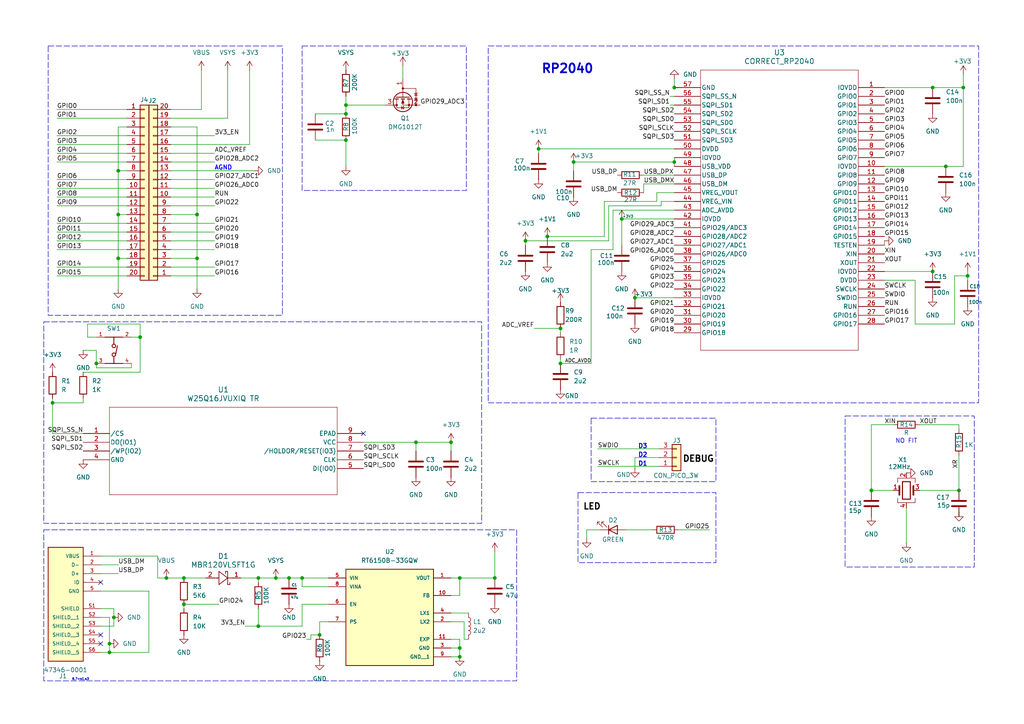
<source format=kicad_sch>
(kicad_sch (version 20231120) (generator "eeschema") (generator_version "8.0")
  (paper "A4")
  (junction (at 83.82 167.64))
  (junction (at 130.81 128.27))
  (junction (at 31.75 189.23))
  (junction (at 133.35 187.96))
  (junction (at 48.26 167.64))
  (junction (at 57.15 62.23))
  (junction (at 80.01 167.64))
  (junction (at 92.71 184.15))
  (junction (at 53.34 167.64))
  (junction (at 278.13 142.24))
  (junction (at 279.4 25.4))
  (junction (at 162.56 95.25))
  (junction (at 133.35 167.64))
  (junction (at 34.29 49.53))
  (junction (at 152.4 69.85))
  (junction (at 270.51 25.4))
  (junction (at 184.15 86.36))
  (junction (at 100.33 30.48))
  (junction (at 74.93 167.64))
  (junction (at 180.34 63.5))
  (junction (at 252.73 142.24))
  (junction (at 15.24 116.84))
  (junction (at 34.29 74.93))
  (junction (at 162.56 105.41))
  (junction (at 74.93 181.61))
  (junction (at 158.75 68.58))
  (junction (at 57.15 74.93))
  (junction (at 33.02 179.07))
  (junction (at 31.75 186.69))
  (junction (at 280.67 80.01))
  (junction (at 270.51 78.74))
  (junction (at 34.29 62.23))
  (junction (at 274.32 48.26))
  (junction (at 53.34 175.26))
  (junction (at 100.33 33.02))
  (junction (at 133.35 190.5))
  (junction (at 156.21 43.18))
  (junction (at 40.64 97.79))
  (junction (at 166.37 46.99))
  (junction (at 87.63 167.64))
  (junction (at 120.65 128.27))
  (junction (at 195.58 46.99))
  (junction (at 100.33 40.64))
  (junction (at 27.94 105.41))
  (junction (at 195.58 25.4))
  (junction (at 143.51 167.64))
  (no_connect (at 29.21 168.91))
  (no_connect (at 29.21 186.69))
  (no_connect (at 29.21 184.15))
  (no_connect (at 105.41 125.73))
  (wire (pts (xy 105.41 128.27) (xy 120.65 128.27)))
  (wire (pts (xy 116.84 19.05) (xy 116.84 22.86)))
  (wire (pts (xy 62.23 72.39) (xy 49.53 72.39)))
  (wire (pts (xy 133.35 167.64) (xy 143.51 167.64)))
  (wire (pts (xy 15.24 116.84) (xy 15.24 125.73)))
  (wire (pts (xy 31.75 186.69) (xy 31.75 189.23)))
  (wire (pts (xy 34.29 74.93) (xy 34.29 83.82)))
  (wire (pts (xy 186.69 53.34) (xy 186.69 55.88)))
  (wire (pts (xy 100.33 27.94) (xy 100.33 30.48)))
  (wire (pts (xy 278.13 132.08) (xy 278.13 142.24)))
  (wire (pts (xy 130.81 172.72) (xy 133.35 172.72)))
  (wire (pts (xy 195.58 46.99) (xy 195.58 48.26)))
  (wire (pts (xy 279.4 21.59) (xy 279.4 25.4)))
  (wire (pts (xy 25.4 97.79) (xy 25.4 93.98)))
  (wire (pts (xy 252.73 123.19) (xy 259.08 123.19)))
  (wire (pts (xy 57.15 62.23) (xy 57.15 74.93)))
  (wire (pts (xy 130.81 167.64) (xy 133.35 167.64)))
  (wire (pts (xy 184.15 135.89) (xy 184.15 132.715)))
  (wire (pts (xy 16.51 31.75) (xy 36.83 31.75)))
  (wire (pts (xy 71.12 181.61) (xy 74.93 181.61)))
  (wire (pts (xy 16.51 54.61) (xy 36.83 54.61)))
  (wire (pts (xy 62.23 39.37) (xy 49.53 39.37)))
  (wire (pts (xy 53.34 176.53) (xy 53.34 175.26)))
  (wire (pts (xy 16.51 52.07) (xy 36.83 52.07)))
  (wire (pts (xy 38.1 105.41) (xy 38.1 106.68)))
  (wire (pts (xy 133.35 187.96) (xy 133.35 190.5)))
  (wire (pts (xy 270.51 25.4) (xy 279.4 25.4)))
  (wire (pts (xy 177.8 60.96) (xy 195.58 60.96)))
  (wire (pts (xy 152.4 69.85) (xy 152.4 71.12)))
  (wire (pts (xy 280.67 80.01) (xy 280.67 78.74)))
  (wire (pts (xy 16.51 64.77) (xy 36.83 64.77)))
  (wire (pts (xy 87.63 170.18) (xy 87.63 167.64)))
  (wire (pts (xy 191.77 59.69) (xy 176.53 59.69)))
  (wire (pts (xy 279.4 25.4) (xy 279.4 48.26)))
  (wire (pts (xy 16.51 72.39) (xy 36.83 72.39)))
  (wire (pts (xy 280.67 81.28) (xy 280.67 80.01)))
  (wire (pts (xy 162.56 104.14) (xy 162.56 105.41)))
  (wire (pts (xy 186.69 50.8) (xy 195.58 50.8)))
  (wire (pts (xy 190.5 55.88) (xy 190.5 58.42)))
  (wire (pts (xy 265.43 81.28) (xy 265.43 93.98)))
  (wire (pts (xy 34.29 36.83) (xy 34.29 49.53)))
  (wire (pts (xy 100.33 40.64) (xy 100.33 48.26)))
  (wire (pts (xy 130.81 128.27) (xy 120.65 128.27)))
  (wire (pts (xy 34.29 163.83) (xy 29.21 163.83)))
  (wire (pts (xy 57.15 83.82) (xy 57.15 74.93)))
  (wire (pts (xy 16.51 46.99) (xy 36.83 46.99)))
  (wire (pts (xy 195.58 63.5) (xy 180.34 63.5)))
  (wire (pts (xy 176.53 59.69) (xy 176.53 69.85)))
  (wire (pts (xy 16.51 69.85) (xy 36.83 69.85)))
  (wire (pts (xy 73.66 49.53) (xy 49.53 49.53)))
  (wire (pts (xy 25.4 93.98) (xy 40.64 93.98)))
  (wire (pts (xy 74.93 167.64) (xy 80.01 167.64)))
  (wire (pts (xy 62.23 52.07) (xy 49.53 52.07)))
  (wire (pts (xy 92.71 180.34) (xy 95.25 180.34)))
  (wire (pts (xy 158.75 68.58) (xy 175.26 68.58)))
  (wire (pts (xy 134.62 185.42) (xy 135.89 185.42)))
  (wire (pts (xy 259.08 142.24) (xy 252.73 142.24)))
  (wire (pts (xy 91.44 40.64) (xy 100.33 40.64)))
  (wire (pts (xy 278.13 123.19) (xy 278.13 124.46)))
  (wire (pts (xy 133.35 190.5) (xy 130.81 190.5)))
  (wire (pts (xy 133.35 185.42) (xy 133.35 187.96)))
  (wire (pts (xy 40.64 107.95) (xy 40.64 97.79)))
  (wire (pts (xy 45.72 167.64) (xy 48.26 167.64)))
  (wire (pts (xy 66.04 34.29) (xy 49.53 34.29)))
  (wire (pts (xy 62.23 77.47) (xy 49.53 77.47)))
  (wire (pts (xy 16.51 80.01) (xy 36.83 80.01)))
  (wire (pts (xy 62.23 67.31) (xy 49.53 67.31)))
  (wire (pts (xy 33.02 179.07) (xy 33.02 181.61)))
  (wire (pts (xy 195.58 22.86) (xy 195.58 25.4)))
  (wire (pts (xy 16.51 41.91) (xy 36.83 41.91)))
  (wire (pts (xy 74.93 167.64) (xy 74.93 168.91)))
  (wire (pts (xy 24.13 107.95) (xy 40.64 107.95)))
  (wire (pts (xy 27.94 105.41) (xy 27.94 106.68)))
  (wire (pts (xy 87.63 167.64) (xy 95.25 167.64)))
  (wire (pts (xy 24.13 125.73) (xy 15.24 125.73)))
  (wire (pts (xy 91.44 33.02) (xy 100.33 33.02)))
  (wire (pts (xy 57.15 74.93) (xy 49.53 74.93)))
  (wire (pts (xy 34.29 74.93) (xy 36.83 74.93)))
  (wire (pts (xy 173.355 130.175) (xy 191.135 130.175)))
  (wire (pts (xy 58.42 20.32) (xy 58.42 31.75)))
  (wire (pts (xy 162.56 105.41) (xy 171.45 105.41)))
  (wire (pts (xy 34.29 62.23) (xy 36.83 62.23)))
  (wire (pts (xy 191.77 58.42) (xy 191.77 59.69)))
  (wire (pts (xy 130.81 185.42) (xy 133.35 185.42)))
  (wire (pts (xy 256.54 78.74) (xy 270.51 78.74)))
  (wire (pts (xy 274.32 48.26) (xy 279.4 48.26)))
  (wire (pts (xy 180.34 63.5) (xy 180.34 71.12)))
  (wire (pts (xy 58.42 31.75) (xy 49.53 31.75)))
  (wire (pts (xy 266.7 123.19) (xy 278.13 123.19)))
  (wire (pts (xy 53.34 175.26) (xy 63.5 175.26)))
  (wire (pts (xy 16.51 39.37) (xy 36.83 39.37)))
  (wire (pts (xy 29.21 161.29) (xy 45.72 161.29)))
  (wire (pts (xy 87.63 175.26) (xy 87.63 181.61)))
  (wire (pts (xy 100.33 30.48) (xy 111.76 30.48)))
  (wire (pts (xy 34.29 49.53) (xy 36.83 49.53)))
  (wire (pts (xy 34.29 49.53) (xy 34.29 62.23)))
  (wire (pts (xy 16.51 34.29) (xy 36.83 34.29)))
  (wire (pts (xy 29.21 189.23) (xy 31.75 189.23)))
  (wire (pts (xy 195.58 55.88) (xy 190.5 55.88)))
  (wire (pts (xy 194.31 30.48) (xy 195.58 30.48)))
  (wire (pts (xy 252.73 142.24) (xy 252.73 123.19)))
  (wire (pts (xy 256.54 81.28) (xy 265.43 81.28)))
  (wire (pts (xy 265.43 93.98) (xy 276.86 93.98)))
  (wire (pts (xy 156.21 43.18) (xy 195.58 43.18)))
  (wire (pts (xy 43.18 189.23) (xy 31.75 189.23)))
  (wire (pts (xy 43.18 171.45) (xy 43.18 189.23)))
  (wire (pts (xy 171.45 72.39) (xy 171.45 105.41)))
  (wire (pts (xy 130.81 177.8) (xy 135.89 177.8)))
  (wire (pts (xy 74.93 176.53) (xy 74.93 181.61)))
  (wire (pts (xy 205.74 153.67) (xy 196.85 153.67)))
  (wire (pts (xy 16.51 59.69) (xy 36.83 59.69)))
  (wire (pts (xy 95.25 170.18) (xy 87.63 170.18)))
  (wire (pts (xy 278.13 149.86) (xy 278.13 148.59)))
  (wire (pts (xy 72.39 41.91) (xy 49.53 41.91)))
  (wire (pts (xy 66.04 20.32) (xy 66.04 34.29)))
  (wire (pts (xy 133.35 172.72) (xy 133.35 167.64)))
  (wire (pts (xy 16.51 67.31) (xy 36.83 67.31)))
  (wire (pts (xy 53.34 167.64) (xy 59.69 167.64)))
  (wire (pts (xy 62.23 80.01) (xy 49.53 80.01)))
  (wire (pts (xy 29.21 176.53) (xy 33.02 176.53)))
  (wire (pts (xy 57.15 36.83) (xy 57.15 62.23)))
  (wire (pts (xy 143.51 167.64) (xy 143.51 160.02)))
  (wire (pts (xy 40.64 93.98) (xy 40.64 97.79)))
  (wire (pts (xy 95.25 175.26) (xy 87.63 175.26)))
  (wire (pts (xy 195.58 25.4) (xy 196.85 25.4)))
  (wire (pts (xy 170.18 156.21) (xy 170.18 153.67)))
  (wire (pts (xy 24.13 115.57) (xy 24.13 116.84)))
  (wire (pts (xy 27.94 105.41) (xy 27.94 101.6)))
  (wire (pts (xy 34.29 62.23) (xy 34.29 74.93)))
  (wire (pts (xy 195.58 46.99) (xy 195.58 45.72)))
  (wire (pts (xy 88.9 185.42) (xy 90.17 185.42)))
  (wire (pts (xy 15.24 115.57) (xy 15.24 116.84)))
  (wire (pts (xy 62.23 54.61) (xy 49.53 54.61)))
  (wire (pts (xy 92.71 180.34) (xy 92.71 184.15)))
  (wire (pts (xy 156.21 43.18) (xy 156.21 44.45)))
  (wire (pts (xy 177.8 72.39) (xy 171.45 72.39)))
  (wire (pts (xy 45.72 161.29) (xy 45.72 167.64)))
  (wire (pts (xy 276.86 80.01) (xy 280.67 80.01)))
  (wire (pts (xy 120.65 130.81) (xy 120.65 128.27)))
  (wire (pts (xy 80.01 167.64) (xy 83.82 167.64)))
  (wire (pts (xy 100.33 30.48) (xy 100.33 33.02)))
  (wire (pts (xy 256.54 25.4) (xy 270.51 25.4)))
  (wire (pts (xy 38.1 106.68) (xy 27.94 106.68)))
  (wire (pts (xy 16.51 77.47) (xy 36.83 77.47)))
  (wire (pts (xy 177.8 60.96) (xy 177.8 72.39)))
  (wire (pts (xy 256.54 69.85) (xy 256.54 71.12)))
  (wire (pts (xy 262.89 147.32) (xy 262.89 157.48)))
  (wire (pts (xy 256.54 48.26) (xy 274.32 48.26)))
  (wire (pts (xy 16.51 44.45) (xy 36.83 44.45)))
  (wire (pts (xy 133.35 187.96) (xy 130.81 187.96)))
  (wire (pts (xy 62.23 44.45) (xy 49.53 44.45)))
  (wire (pts (xy 34.29 166.37) (xy 29.21 166.37)))
  (wire (pts (xy 48.26 167.64) (xy 53.34 167.64)))
  (wire (pts (xy 162.56 96.52) (xy 162.56 95.25)))
  (wire (pts (xy 36.83 36.83) (xy 34.29 36.83)))
  (wire (pts (xy 27.94 97.79) (xy 25.4 97.79)))
  (wire (pts (xy 184.15 132.715) (xy 191.135 132.715)))
  (wire (pts (xy 62.23 64.77) (xy 49.53 64.77)))
  (wire (pts (xy 62.23 69.85) (xy 49.53 69.85)))
  (wire (pts (xy 175.26 58.42) (xy 175.26 68.58)))
  (wire (pts (xy 33.02 176.53) (xy 33.02 179.07)))
  (wire (pts (xy 90.17 185.42) (xy 90.17 184.15)))
  (wire (pts (xy 62.23 57.15) (xy 49.53 57.15)))
  (wire (pts (xy 62.23 46.99) (xy 49.53 46.99)))
  (wire (pts (xy 29.21 171.45) (xy 43.18 171.45)))
  (wire (pts (xy 190.5 58.42) (xy 175.26 58.42)))
  (wire (pts (xy 69.85 167.64) (xy 74.93 167.64)))
  (wire (pts (xy 27.94 101.6) (xy 24.13 101.6)))
  (wire (pts (xy 16.51 57.15) (xy 36.83 57.15)))
  (wire (pts (xy 72.39 20.32) (xy 72.39 41.91)))
  (wire (pts (xy 90.17 184.15) (xy 92.71 184.15)))
  (wire (pts (xy 130.81 128.27) (xy 130.81 130.81)))
  (wire (pts (xy 74.93 181.61) (xy 87.63 181.61)))
  (wire (pts (xy 62.23 59.69) (xy 49.53 59.69)))
  (wire (pts (xy 166.37 46.99) (xy 195.58 46.99)))
  (wire (pts (xy 154.94 95.25) (xy 162.56 95.25)))
  (wire (pts (xy 184.15 86.36) (xy 195.58 86.36)))
  (wire (pts (xy 31.75 179.07) (xy 31.75 186.69)))
  (wire (pts (xy 166.37 46.99) (xy 166.37 49.53)))
  (wire (pts (xy 130.81 180.34) (xy 134.62 180.34)))
  (wire (pts (xy 40.64 97.79) (xy 38.1 97.79)))
  (wire (pts (xy 194.31 27.94) (xy 195.58 27.94)))
  (wire (pts (xy 186.69 53.34) (xy 195.58 53.34)))
  (wire (pts (xy 29.21 179.07) (xy 31.75 179.07)))
  (wire (pts (xy 170.18 153.67) (xy 173.99 153.67)))
  (wire (pts (xy 29.21 181.61) (xy 33.02 181.61)))
  (wire (pts (xy 181.61 153.67) (xy 189.23 153.67)))
  (wire (pts (xy 83.82 167.64) (xy 87.63 167.64)))
  (wire (pts (xy 15.24 116.84) (xy 24.13 116.84)))
  (wire (pts (xy 176.53 69.85) (xy 152.4 69.85)))
  (wire (pts (xy 49.53 62.23) (xy 57.15 62.23)))
  (wire (pts (xy 49.53 36.83) (xy 57.15 36.83)))
  (wire (pts (xy 173.355 135.255) (xy 191.135 135.255)))
  (wire (pts (xy 266.7 142.24) (xy 278.13 142.24)))
  (wire (pts (xy 195.58 58.42) (xy 191.77 58.42)))
  (wire (pts (xy 276.86 93.98) (xy 276.86 80.01)))
  (wire (pts (xy 134.62 180.34) (xy 134.62 185.42)))
  (rectangle (start 12.7 93.345) (end 139.7 151.765) (stroke (width 0) (type dash)))
  (rectangle (start 12.7 153.67) (end 149.86 197.485) (stroke (width 0) (type dash)))
  (rectangle (start 13.97 13.335) (end 81.915 91.44) (stroke (width 0) (type dash)))
  (rectangle (start 87.63 13.335) (end 135.255 55.245) (stroke (width 0) (type dash)))
  (rectangle (start 171.45 139.7) (end 207.645 121.285) (stroke (width 0) (type dash)))
  (rectangle (start 207.645 142.875) (end 167.64 163.195) (stroke (width 0) (type dash)))
  (rectangle (start 245.11 120.65) (end 282.575 164.465) (stroke (width 0) (type dash)))
  (rectangle (start 141.605 13.335) (end 283.845 116.84) (stroke (width 0) (type dash)))
  (text "DEBUG" (at 202.565 133.223 0) (effects (font (size 1.778 1.778) (thickness 0.3556) (bold yes))))
  (text "NO FIT\n" (at 262.89 128.016 0) (effects (font (size 1.27 1.27))))
  (text "AGND" (at 64.77 48.768 0) (effects (font (size 1.27 1.27) (thickness 0.254) (bold yes))))
  (text "D2" (at 186.436 132.08 0) (effects (font (size 1.27 1.27) (thickness 0.254) (bold yes))))
  (text "6,7=s1,s3\n" (at 23.368 197.104 0) (effects (font (size 0.635 0.635))))
  (text "RP2040" (at 164.592 20.066 0) (effects (font (size 2.54 2.54) (thickness 0.508) (bold yes))))
  (text "LED" (at 171.704 147.066 0) (effects (font (size 1.778 1.778) (thickness 0.3556) (bold yes))))
  (text "D1" (at 186.436 134.62 0) (effects (font (size 1.27 1.27) (thickness 0.254) (bold yes))))
  (text "D3\n" (at 186.436 129.54 0) (effects (font (size 1.27 1.27) (thickness 0.254) (bold yes))))
  (label "USB_DPX" (at 186.69 50.8 0) (effects (font (thickness 0.1588))))
  (label "GPIO5" (at 256.54 40.64 0) (effects (font (thickness 0.1588))))
  (label "USB_DP" (at 34.29 166.37 0))
  (label "GPIO8" (at 256.54 50.8 0) (effects (font (thickness 0.1588))))
  (label "GPIO3" (at 16.51 41.91 0) (effects (font (thickness 0.1588))))
  (label "SQPI_SCLK" (at 195.58 38.1 180) (effects (font (thickness 0.1588))))
  (label "USB_DM" (at 179.07 55.88 180))
  (label "XOUT" (at 256.54 76.2 0) (effects (font (thickness 0.1588))))
  (label "SQPI_SD0" (at 195.58 35.56 180) (effects (font (thickness 0.1588))))
  (label "SQPI_SD1" (at 24.13 128.27 180))
  (label "GPIO15" (at 16.51 80.01 0) (effects (font (thickness 0.1588))))
  (label "GPIO12" (at 256.54 60.96 0) (effects (font (thickness 0.1588))))
  (label "GPIO15" (at 256.54 68.58 0) (effects (font (thickness 0.1588))))
  (label "GPIO7" (at 256.54 45.72 0) (effects (font (thickness 0.1588))))
  (label "GPIO2" (at 256.54 33.02 0) (effects (font (thickness 0.1588))))
  (label "SWCLK" (at 256.54 83.82 0) (effects (font (thickness 0.1588))))
  (label "GPIO24" (at 195.58 78.74 180) (effects (font (thickness 0.1588))))
  (label "GPOI11" (at 256.54 58.42 0) (effects (font (thickness 0.1588))))
  (label "USB_DP" (at 179.07 50.8 180))
  (label "GPIO0" (at 256.54 27.94 0) (effects (font (thickness 0.1588))))
  (label "SWDIO" (at 173.355 130.175 0))
  (label "ADC_AVDD" (at 163.83 105.41 0) (effects (font (size 1.016 1.016))))
  (label "GPIO4" (at 256.54 38.1 0) (effects (font (thickness 0.1588))))
  (label "GPIO20" (at 62.23 67.31 0) (effects (font (thickness 0.1588))))
  (label "GPIO29_ADC3" (at 195.58 66.04 180) (effects (font (thickness 0.1588))))
  (label "GPIO6" (at 256.54 43.18 0) (effects (font (thickness 0.1588))))
  (label "XR" (at 278.13 135.89 90))
  (label "GPIO28_ADC2" (at 195.58 68.58 180) (effects (font (thickness 0.1588))))
  (label "GPIO5" (at 16.51 46.99 0) (effects (font (thickness 0.1588))))
  (label "GPIO21" (at 195.58 88.9 180) (effects (font (thickness 0.1588))))
  (label "SQPI_SD3" (at 105.41 130.81 0))
  (label "SWDIO" (at 256.54 86.36 0) (effects (font (thickness 0.1588))))
  (label "GPIO16" (at 256.54 91.44 0) (effects (font (thickness 0.1588))))
  (label "GPIO17" (at 256.54 93.98 0) (effects (font (thickness 0.1588))))
  (label "GPIO29_ADC3" (at 121.92 30.48 0))
  (label "ADC_VREF" (at 62.23 44.45 0) (effects (font (thickness 0.1588))))
  (label "GPIO2" (at 16.51 39.37 0) (effects (font (thickness 0.1588))))
  (label "XIN" (at 256.54 73.66 0) (effects (font (thickness 0.1588))))
  (label "SQPI_SD2" (at 24.13 130.81 180))
  (label "SQPI_SD1" (at 194.31 30.48 180) (effects (font (thickness 0.1588))))
  (label "USB_DMX" (at 186.69 53.34 0) (effects (font (thickness 0.1588))))
  (label "GPIO26_ADC0" (at 195.58 73.66 180) (effects (font (thickness 0.1588))))
  (label "RUN" (at 62.23 57.15 0) (effects (font (thickness 0.1588))))
  (label "GPIO20" (at 195.58 91.44 180) (effects (font (thickness 0.1588))))
  (label "GPIO6" (at 16.51 52.07 0) (effects (font (thickness 0.1588))))
  (label "SQPI_SCLK" (at 105.41 133.35 0))
  (label "3V3_EN" (at 71.12 181.61 180))
  (label "GPIO23" (at 195.58 81.28 180) (effects (font (thickness 0.1588))))
  (label "GPIO17" (at 62.23 77.47 0) (effects (font (thickness 0.1588))))
  (label "GPIO27_ADC1" (at 62.23 52.07 0) (effects (font (thickness 0.1588))))
  (label "GPIO4" (at 16.51 44.45 0) (effects (font (thickness 0.1588))))
  (label "GPIO12" (at 16.51 69.85 0) (effects (font (thickness 0.1588))))
  (label "GPOI11" (at 16.51 67.31 0) (effects (font (thickness 0.1588))))
  (label "XIN" (at 256.54 123.19 0))
  (label "GPIO27_ADC1" (at 195.58 71.12 180) (effects (font (thickness 0.1588))))
  (label "SQPI_SS_N" (at 24.13 125.73 180))
  (label "GPIO22" (at 62.23 59.69 0) (effects (font (thickness 0.1588))))
  (label "ADC_VREF" (at 154.94 95.25 180))
  (label "GPIO16" (at 62.23 80.01 0) (effects (font (thickness 0.1588))))
  (label "RUN" (at 256.54 88.9 0) (effects (font (thickness 0.1588))))
  (label "GPIO14" (at 256.54 66.04 0) (effects (font (thickness 0.1588))))
  (label "3V3_EN" (at 62.23 39.37 0) (effects (font (thickness 0.1588))))
  (label "GPIO18" (at 62.23 72.39 0) (effects (font (thickness 0.1588))))
  (label "SQPI_SD3" (at 195.58 40.64 180) (effects (font (thickness 0.1588))))
  (label "GPIO19" (at 195.58 93.98 180) (effects (font (thickness 0.1588))))
  (label "USB_DM" (at 34.29 163.83 0))
  (label "GPIO28_ADC2" (at 62.23 46.99 0) (effects (font (thickness 0.1588))))
  (label "GPIO13" (at 16.51 72.39 0) (effects (font (thickness 0.1588))))
  (label "GPIO1" (at 256.54 30.48 0) (effects (font (thickness 0.1588))))
  (label "GPIO24" (at 63.5 175.26 0))
  (label "GPIO25" (at 195.58 76.2 180) (effects (font (thickness 0.1588))))
  (label "GPIO19" (at 62.23 69.85 0) (effects (font (thickness 0.1588))))
  (label "SQPI_SS_N" (at 194.31 27.94 180) (effects (font (thickness 0.1588))))
  (label "SWCLK" (at 173.355 135.255 0))
  (label "SQPI_SD0" (at 105.41 135.89 0))
  (label "GPIO8" (at 16.51 57.15 0) (effects (font (thickness 0.1588))))
  (label "GPIO0" (at 16.51 31.75 0) (effects (font (thickness 0.1588))))
  (label "GPIO9" (at 256.54 53.34 0) (effects (font (thickness 0.1588))))
  (label "GPIO1" (at 16.51 34.29 0) (effects (font (thickness 0.1588))))
  (label "GPIO25" (at 205.74 153.67 180) (effects (font (thickness 0.1588))))
  (label "GPIO10" (at 256.54 55.88 0) (effects (font (thickness 0.1588))))
  (label "XOUT" (at 266.7 123.19 0))
  (label "GPIO21" (at 62.23 64.77 0) (effects (font (thickness 0.1588))))
  (label "GPIO7" (at 16.51 54.61 0) (effects (font (thickness 0.1588))))
  (label "SQPI_SD2" (at 195.58 33.02 180) (effects (font (thickness 0.1588))))
  (label "GPIO9" (at 16.51 59.69 0) (effects (font (thickness 0.1588))))
  (label "GPIO22" (at 195.58 83.82 180) (effects (font (thickness 0.1588))))
  (label "GPIO26_ADC0" (at 62.23 54.61 0) (effects (font (thickness 0.1588))))
  (label "GPIO23" (at 88.9 185.42 180) (effects (font (thickness 0.1588))))
  (label "GPIO14" (at 16.51 77.47 0) (effects (font (thickness 0.1588))))
  (label "GPIO3" (at 256.54 35.56 0) (effects (font (thickness 0.1588))))
  (label "GPIO18" (at 195.58 96.52 180) (effects (font (thickness 0.1588))))
  (label "GPIO13" (at 256.54 63.5 0) (effects (font (thickness 0.1588))))
  (label "GPIO10" (at 16.51 64.77 0) (effects (font (thickness 0.1588))))
  (symbol (lib_id "Device:C") (at 156.21 48.26 0) (unit 1)
    (property "Reference" "C7" (at 149.352 46.736 0) (effects (justify left)))
    (property "Value" "100n" (at 148.844 48.768 0) (effects (justify left)))
    (property "Footprint" "Capacitor_SMD:C_0201_0603Metric" (effects (hide yes)))
    (property "Description" "Unpolarized capacitor" (effects (hide yes)))
    (property "Digikey Part#" "0201W104K100LE" (effects (hide yes)))
    (property "Digikey URL" "https://www.digikey.in/en/products/detail/nextgen-components/0201W104K100LE/14632357" (effects (hide yes)))
  )
  (symbol (lib_id "power:+1V1") (at 156.21 43.18 0) (unit 1)
    (property "Reference" "#PWR028" (effects (hide yes)))
    (property "Value" "+1V1" (at 156.21 38.1 0))
    (property "Description" "Power symbol creates a global label with name \"+1V1\"" (effects (hide yes)))
  )
  (symbol (lib_id "Device:R") (at 53.34 180.34 0) (unit 1)
    (property "Reference" "R4" (at 55.88 179.0699 0) (effects (justify left)))
    (property "Value" "10K" (at 55.88 181.6099 0) (effects (justify left)))
    (property "Footprint" "Resistor_SMD:R_0402_1005Metric" (effects (hide yes)))
    (property "Description" "Resistor" (effects (hide yes)))
    (property "Digikey Part#" "RC1005F103CS" (effects (hide yes)))
    (property "Digikey URL" "https://www.digikey.in/en/products/detail/samsung-electro-mechanics/RC1005F103CS/3903439" (effects (hide yes)))
  )
  (symbol (lib_id "Device:C") (at 252.73 146.05 0) (unit 1)
    (property "Reference" "C13" (at 246.126 146.05 0) (effects (justify left)))
    (property "Value" "15p" (at 246.126 148.082 0) (effects (justify left)))
    (property "Footprint" "Capacitor_SMD:C_0201_0603Metric" (effects (hide yes)))
    (property "Description" "Unpolarized capacitor" (effects (hide yes)))
    (property "Digikey Part#" "GRM0335C1E150JA01D" (effects (hide yes)))
    (property "Digikey URL" "https://www.digikey.in/en/products/detail/murata-electronics/GRM0335C1E150JA01D/4358179" (effects (hide yes)))
  )
  (symbol (lib_id "power:GND") (at 133.35 190.5 0) (unit 1)
    (property "Reference" "#PWR023" (effects (hide yes)))
    (property "Value" "GND" (at 133.35 195.58 0))
    (property "Description" "Power symbol creates a global label with name \"GND\" , ground" (effects (hide yes)))
  )
  (symbol (lib_id "power:GND") (at 170.18 156.21 0) (mirror y) (unit 1)
    (property "Reference" "#PWR041" (effects (hide yes)))
    (property "Value" "GND" (at 170.18 161.29 0))
    (property "Description" "Power symbol creates a global label with name \"GND\" , ground" (effects (hide yes)))
  )
  (symbol (lib_id "power:GND") (at 158.75 76.2 0) (unit 1)
    (property "Reference" "#PWR031" (effects (hide yes)))
    (property "Value" "GND" (at 158.75 81.28 0))
    (property "Description" "Power symbol creates a global label with name \"GND\" , ground" (effects (hide yes)))
  )
  (symbol (lib_id "myLibrary:MBR120VLSFT1G") (at 59.69 167.64 0) (mirror x) (unit 1)
    (property "Reference" "D1" (at 64.77 161.29 0) (effects (font (size 1.524 1.524))))
    (property "Value" "MBR120VLSFT1G" (at 64.77 163.83 0) (effects (font (size 1.524 1.524))))
    (property "Footprint" "myLibrary:MBR120VLSFT1G" (effects (hide yes)))
    (property "Datasheet" "MBR120VLSFT1G" (effects (hide yes)))
    (property "Digikey Part#" "MBR120VLSFT1G" (effects (hide yes)))
    (property "Digikey URL" "https://www.digikey.in/en/products/detail/onsemi/MBR120VLSFT1G/893861" (effects (hide yes)))
  )
  (symbol (lib_id "power:GND") (at 100.33 48.26 0) (unit 1)
    (property "Reference" "#PWR018" (effects (hide yes)))
    (property "Value" "GND" (at 100.33 53.34 0))
    (property "Description" "Power symbol creates a global label with name \"GND\" , ground" (effects (hide yes)))
  )
  (symbol (lib_id "power:GND") (at 31.75 186.69 90) (unit 1)
    (property "Reference" "#PWR04" (effects (hide yes)))
    (property "Value" "GND" (at 35.56 186.6899 90) (effects (justify right)))
    (property "Description" "Power symbol creates a global label with name \"GND\" , ground" (effects (hide yes)))
  )
  (symbol (lib_id "myLibrary:RT6150B-33GQW") (at 113.03 177.8 0) (unit 1)
    (property "Reference" "U2" (at 113.03 160.02 0))
    (property "Value" "RT6150B-33GQW" (at 113.03 162.56 0))
    (property "Footprint" "myLibrary:RT6150B-33GQW" (effects (hide yes)))
    (property "PARTREV" "July 2018" (effects (hide yes)))
    (property "STANDARD" "Manufacturer Recommendations" (effects (hide yes)))
    (property "SNAPEDA_PACKAGE_ID" "19032" (effects (hide yes)))
    (property "MAXIMUM_PACKAGE_HEIGHT" "0.8 mm" (effects (hide yes)))
    (property "MANUFACTURER" "Richtek USA Inc." (effects (hide yes)))
    (property "Digikey Part#" "RT6150B-33GQW" (effects (hide yes)))
    (property "Digikey URL" "https://www.digikey.in/en/products/detail/richtek-usa-inc/RT6150B-33GQW/6676709" (effects (hide yes)))
  )
  (symbol (lib_id "Connector_Generic:Conn_01x20") (at 44.45 57.15 180) (unit 1)
    (property "Reference" "J2" (at 44.196 29.21 0))
    (property "Value" "Conn_01x20" (effects (hide yes)))
    (property "Footprint" "myLibrary:part_2_40_pin" (effects (hide yes)))
    (property "Description" "Generic connector, single row, 01x20, script generated (kicad-library-utils/schlib/autogen/connector/)" (effects (hide yes)))
  )
  (symbol (lib_id "Device:C") (at 274.32 52.07 0) (unit 1)
    (property "Reference" "C16" (at 278.13 50.7999 0) (effects (justify left)))
    (property "Value" "100n" (at 278.13 53.3399 0) (effects (justify left)))
    (property "Footprint" "Capacitor_SMD:C_0201_0603Metric" (effects (hide yes)))
    (property "Description" "Unpolarized capacitor" (effects (hide yes)))
    (property "Digikey Part#" "0201W104K100LE" (effects (hide yes)))
    (property "Digikey URL" "https://www.digikey.in/en/products/detail/nextgen-components/0201W104K100LE/14632357" (effects (hide yes)))
  )
  (symbol (lib_id "power:+3V3") (at 130.81 128.27 0) (unit 1)
    (property "Reference" "#PWR021" (effects (hide yes)))
    (property "Value" "+3V3" (at 130.81 123.19 0))
    (property "Description" "Power symbol creates a global label with name \"+3V3\"" (effects (hide yes)))
  )
  (symbol (lib_id "Device:C") (at 270.51 29.21 0) (unit 1)
    (property "Reference" "C14" (at 274.32 26.6699 0) (effects (justify left)))
    (property "Value" "100n" (at 274.32 29.2099 0) (effects (justify left)))
    (property "Footprint" "Capacitor_SMD:C_0201_0603Metric" (effects (hide yes)))
    (property "Description" "Unpolarized capacitor" (effects (hide yes)))
    (property "Digikey Part#" "0201W104K100LE" (effects (hide yes)))
    (property "Digikey URL" "https://www.digikey.in/en/products/detail/nextgen-components/0201W104K100LE/14632357" (effects (hide yes)))
  )
  (symbol (lib_id "power:VBUS") (at 80.01 167.64 0) (unit 1)
    (property "Reference" "#PWR014" (effects (hide yes)))
    (property "Value" "VSYS" (at 80.01 162.56 0))
    (property "Description" "Power symbol creates a global label with name \"VBUS\"" (effects (hide yes)))
  )
  (symbol (lib_id "power:GND") (at 152.4 78.74 0) (unit 1)
    (property "Reference" "#PWR027" (effects (hide yes)))
    (property "Value" "GND" (at 152.4 83.82 0))
    (property "Description" "Power symbol creates a global label with name \"GND\" , ground" (effects (hide yes)))
  )
  (symbol (lib_id "Device:R") (at 162.56 100.33 0) (unit 1)
    (property "Reference" "R10" (at 165.1 99.0599 0) (effects (justify left)))
    (property "Value" "1R" (at 165.1 101.5999 0) (effects (justify left)))
    (property "Footprint" "Resistor_SMD:R_0402_1005Metric" (effects (hide yes)))
    (property "Description" "Resistor" (effects (hide yes)))
    (property "Digikey Part#" "CRGCQ0402J1R0" (effects (hide yes)))
    (property "Digikey URL" "https://www.digikey.in/en/products/detail/te-connectivity-passive-product/CRGCQ0402J1R0/8576632" (effects (hide yes)))
  )
  (symbol (lib_id "Device:R") (at 53.34 171.45 0) (unit 1)
    (property "Reference" "R3" (at 55.88 170.1799 0) (effects (justify left)))
    (property "Value" "5K6" (at 55.88 172.7199 0) (effects (justify left)))
    (property "Footprint" "Resistor_SMD:R_0402_1005Metric" (effects (hide yes)))
    (property "Description" "Resistor" (effects (hide yes)))
    (property "Digikey Part#" "RC0402FR-075K6L" (effects (hide yes)))
    (property "Digikey URL" "https://www.digikey.in/en/products/detail/yageo/RC0402FR-075K6L/2827590" (effects (hide yes)))
  )
  (symbol (lib_id "power:+3V3") (at 72.39 20.32 0) (unit 1)
    (property "Reference" "#PWR012" (effects (hide yes)))
    (property "Value" "+3V3" (at 72.39 15.24 0))
    (property "Description" "Power symbol creates a global label with name \"+3V3\"" (effects (hide yes)))
  )
  (symbol (lib_id "Device:R") (at 100.33 36.83 0) (unit 1)
    (property "Reference" "R8" (at 100.33 38.1 90) (effects (justify left)))
    (property "Value" "100K" (at 102.87 39.116 90) (effects (justify left)))
    (property "Footprint" "Resistor_SMD:R_0402_1005Metric" (effects (hide yes)))
    (property "Description" "Resistor" (effects (hide yes)))
    (property "Digikey Part#" "RC0402FR-07100KL" (effects (hide yes)))
    (property "Digikey URL" "https://www.digikey.in/en/products/detail/yageo/RC0402FR-07100KL/726526" (effects (hide yes)))
  )
  (symbol (lib_id "power:GND") (at 53.34 184.15 0) (unit 1)
    (property "Reference" "#PWR08" (effects (hide yes)))
    (property "Value" "GND" (at 53.34 189.23 0))
    (property "Description" "Power symbol creates a global label with name \"GND\" , ground" (effects (hide yes)))
  )
  (symbol (lib_id "power:+1V1") (at 158.75 68.58 0) (unit 1)
    (property "Reference" "#PWR030" (effects (hide yes)))
    (property "Value" "+1V1" (at 158.75 63.5 0))
    (property "Description" "Power symbol creates a global label with name \"+1V1\"" (effects (hide yes)))
  )
  (symbol (lib_id "power:GND") (at 252.73 149.86 0) (unit 1)
    (property "Reference" "#PWR043" (effects (hide yes)))
    (property "Value" "GND" (at 252.73 154.94 0))
    (property "Description" "Power symbol creates a global label with name \"GND\" , ground" (effects (hide yes)))
  )
  (symbol (lib_id "Device:C") (at 152.4 74.93 0) (unit 1)
    (property "Reference" "C6" (at 144.78 73.66 0) (effects (justify left)))
    (property "Value" "2u2" (at 144.78 76.2 0) (effects (justify left)))
    (property "Footprint" "Capacitor_SMD:C_0402_1005Metric" (effects (hide yes)))
    (property "Description" "Unpolarized capacitor" (effects (hide yes)))
    (property "Digikey Part#" "0402W225K100HI" (effects (hide yes)))
    (property "Digikey URL" "https://www.digikey.in/en/products/detail/nextgen-components/0402W225K100HI/22601923" (effects (hide yes)))
  )
  (symbol (lib_id "power:+3V3") (at 116.84 19.05 0) (unit 1)
    (property "Reference" "#PWR019" (effects (hide yes)))
    (property "Value" "+3V3" (at 116.078 15.494 0))
    (property "Description" "Power symbol creates a global label with name \"+3V3\"" (effects (hide yes)))
  )
  (symbol (lib_id "Device:C") (at 184.15 90.17 0) (unit 1)
    (property "Reference" "C12" (at 177.292 89.408 0) (effects (justify left)))
    (property "Value" "100n" (at 175.768 91.694 0) (effects (justify left)))
    (property "Footprint" "Capacitor_SMD:C_0201_0603Metric" (effects (hide yes)))
    (property "Description" "Unpolarized capacitor" (effects (hide yes)))
    (property "Digikey Part#" "0201W104K100LE" (effects (hide yes)))
    (property "Digikey URL" "https://www.digikey.in/en/products/detail/nextgen-components/0201W104K100LE/14632357" (effects (hide yes)))
  )
  (symbol (lib_id "power:GND") (at 24.13 101.6 0) (unit 1)
    (property "Reference" "#PWR02" (effects (hide yes)))
    (property "Value" "GND" (at 24.13 106.68 0))
    (property "Description" "Power symbol creates a global label with name \"GND\" , ground" (effects (hide yes)))
  )
  (symbol (lib_id "myLibrary:434133025816") (at 33.02 102.87 0) (mirror y) (unit 1)
    (property "Reference" "SW1" (at 33.02 95.25 0))
    (property "Value" "434133025816" (effects (hide yes)))
    (property "Footprint" "myLibrary:434133025816" (effects (hide yes)))
    (property "HEIGHT" "2.5mm" (effects (hide yes)))
    (property "DATASHEET-URL" "https://www.we-online.com/redexpert/spec/434133025816?ae" (effects (hide yes)))
    (property "PART-NUMBER" "434133025816" (effects (hide yes)))
    (property "OPERATION-FORCE" "160g" (effects (hide yes)))
    (property "QTY" "2900" (effects (hide yes)))
    (property "Digikey Part#" "434133025816" (effects (hide yes)))
    (property "Digikey URL" "https://www.digikey.in/en/products/detail/w%C3%BCrth-elektronik/434133025816/9950810" (effects (hide yes)))
  )
  (symbol (lib_id "Device:R") (at 100.33 24.13 180) (unit 1)
    (property "Reference" "R7" (at 100.33 25.4 90) (effects (justify right)))
    (property "Value" "200K" (at 102.87 26.416 90) (effects (justify right)))
    (property "Footprint" "Resistor_SMD:R_0402_1005Metric" (effects (hide yes)))
    (property "Description" "Resistor" (effects (hide yes)))
    (property "Digikey Part#" "RC0402JR-103K3L" (effects (hide yes)))
    (property "Digikey URL" "https://www.digikey.in/en/products/detail/yageo/RC0402JR-103K3L/17007252" (effects (hide yes)))
  )
  (symbol (lib_id "Device:C") (at 180.34 74.93 0) (unit 1)
    (property "Reference" "C11" (at 173.99 74.168 0) (effects (justify left)))
    (property "Value" "100n" (at 173.228 76.2 0) (effects (justify left)))
    (property "Footprint" "Capacitor_SMD:C_0201_0603Metric" (effects (hide yes)))
    (property "Description" "Unpolarized capacitor" (effects (hide yes)))
    (property "Digikey Part#" "0201W104K100LE" (effects (hide yes)))
    (property "Digikey URL" "https://www.digikey.in/en/products/detail/nextgen-components/0201W104K100LE/14632357" (effects (hide yes)))
  )
  (symbol (lib_id "power:+3V3") (at 180.34 63.5 0) (unit 1)
    (property "Reference" "#PWR036" (effects (hide yes)))
    (property "Value" "+3V3" (at 182.118 62.738 0) (effects (font (size 0.762 0.762))))
    (property "Description" "Power symbol creates a global label with name \"+3V3\"" (effects (hide yes)))
  )
  (symbol (lib_id "power:GND") (at 274.32 55.88 0) (unit 1)
    (property "Reference" "#PWR049" (effects (hide yes)))
    (property "Value" "GND" (at 274.32 60.96 0))
    (property "Description" "Power symbol creates a global label with name \"GND\" , ground" (effects (hide yes)))
  )
  (symbol (lib_id "Device:C") (at 270.51 82.55 0) (unit 1)
    (property "Reference" "C15" (at 270.764 80.264 0) (effects (justify left)))
    (property "Value" "100n" (at 270.51 84.836 0) (effects (justify left)))
    (property "Footprint" "Capacitor_SMD:C_0201_0603Metric" (effects (hide yes)))
    (property "Description" "Unpolarized capacitor" (effects (hide yes)))
    (property "Digikey Part#" "0201W104K100LE" (effects (hide yes)))
    (property "Digikey URL" "https://www.digikey.in/en/products/detail/nextgen-components/0201W104K100LE/14632357" (effects (hide yes)))
  )
  (symbol (lib_id "Connector_Generic:Conn_01x20") (at 41.91 54.61 0) (unit 1)
    (property "Reference" "J4" (at 40.64 28.956 0) (effects (justify left)))
    (property "Value" "Conn_01x20" (effects (hide yes)))
    (property "Footprint" "myLibrary:part_1_40_pin" (effects (hide yes)))
    (property "Description" "Generic connector, single row, 01x20, script generated (kicad-library-utils/schlib/autogen/connector/)" (effects (hide yes)))
  )
  (symbol (lib_id "myLibrary:47346-0001") (at 19.05 168.91 0) (mirror y) (unit 1)
    (property "Reference" "J1" (at 18.288 196.088 0))
    (property "Value" "47346-0001" (at 19.05 194.31 0))
    (property "Footprint" "myLibrary:MOLEX_47346-0001" (effects (hide yes)))
    (property "PARTREV" "E" (effects (hide yes)))
    (property "STANDARD" "Manufacturer Recommendations" (effects (hide yes)))
    (property "MAXIMUM_PACKAGE_HEIGHT" "2.94 mm" (effects (hide yes)))
    (property "MANUFACTURER" "Molex" (effects (hide yes)))
    (property "Digikey Part#" "0473460001 " (effects (hide yes)))
    (property "Digikey URL" "https://www.digikey.in/en/products/detail/molex/0473460001/1782470" (effects (hide yes)))
  )
  (symbol (lib_id "power:GND") (at 184.15 93.98 0) (unit 1)
    (property "Reference" "#PWR039" (effects (hide yes)))
    (property "Value" "GND" (at 184.15 99.06 0))
    (property "Description" "Power symbol creates a global label with name \"GND\" , ground" (effects (hide yes)))
  )
  (symbol (lib_id "power:GND") (at 57.15 83.82 0) (unit 1)
    (property "Reference" "#PWR09" (effects (hide yes)))
    (property "Value" "GND" (at 57.15 88.9 0))
    (property "Description" "Power symbol creates a global label with name \"GND\" , ground" (effects (hide yes)))
  )
  (symbol (lib_id "power:+3V3") (at 270.51 78.74 0) (unit 1)
    (property "Reference" "#PWR047" (effects (hide yes)))
    (property "Value" "+3V3" (at 270.51 73.66 0))
    (property "Description" "Power symbol creates a global label with name \"+3V3\"" (effects (hide yes)))
  )
  (symbol (lib_id "power:+3V3") (at 15.24 107.95 0) (unit 1)
    (property "Reference" "#PWR01" (effects (hide yes)))
    (property "Value" "+3V3" (at 15.24 102.87 0))
    (property "Description" "Power symbol creates a global label with name \"+3V3\"" (effects (hide yes)))
  )
  (symbol (lib_id "Device:C") (at 158.75 72.39 0) (unit 1)
    (property "Reference" "C8" (at 162.56 71.1199 0) (effects (justify left)))
    (property "Value" "2u2" (at 162.56 73.6599 0) (effects (justify left)))
    (property "Footprint" "Capacitor_SMD:C_0402_1005Metric" (effects (hide yes)))
    (property "Description" "Unpolarized capacitor" (effects (hide yes)))
    (property "Digikey Part#" "0402W225K100HI" (effects (hide yes)))
    (property "Digikey URL" "https://www.digikey.in/en/products/detail/nextgen-components/0402W225K100HI/22601923" (effects (hide yes)))
  )
  (symbol (lib_id "Device:C") (at 143.51 171.45 0) (unit 1)
    (property "Reference" "C5" (at 146.558 170.18 0) (effects (justify left)))
    (property "Value" "47u" (at 146.558 172.72 0) (effects (justify left)))
    (property "Footprint" "Capacitor_SMD:C_0805_2012Metric" (effects (hide yes)))
    (property "Description" "Unpolarized capacitor" (effects (hide yes)))
    (property "Digikey Part#" "TACR476M006XTA" (effects (hide yes)))
    (property "Digikey URL" "https://www.digikey.in/en/products/detail/kyocera-avx/TACR476M006XTA/929891" (effects (hide yes)))
  )
  (symbol (lib_id "power:GND") (at 73.66 49.53 90) (unit 1)
    (property "Reference" "#PWR013" (effects (hide yes)))
    (property "Value" "GND" (at 77.47 49.5299 90) (effects (justify right)))
    (property "Description" "Power symbol creates a global label with name \"GND\" , ground" (effects (hide yes)))
  )
  (symbol (lib_id "Device:R") (at 15.24 111.76 0) (unit 1)
    (property "Reference" "R1" (at 17.78 110.4899 0) (effects (justify left)))
    (property "Value" "R" (at 17.78 113.0299 0) (effects (justify left)))
    (property "Footprint" "Resistor_SMD:R_0402_1005Metric" (effects (hide yes)))
    (property "Description" "Resistor" (effects (hide yes)))
  )
  (symbol (lib_id "power:GND") (at 270.51 86.36 0) (unit 1)
    (property "Reference" "#PWR048" (effects (hide yes)))
    (property "Value" "GND" (at 270.51 91.44 0))
    (property "Description" "Power symbol creates a global label with name \"GND\" , ground" (effects (hide yes)))
  )
  (symbol (lib_id "power:GND") (at 180.34 78.74 0) (unit 1)
    (property "Reference" "#PWR037" (effects (hide yes)))
    (property "Value" "GND" (at 180.34 83.82 0))
    (property "Description" "Power symbol creates a global label with name \"GND\" , ground" (effects (hide yes)))
  )
  (symbol (lib_id "Device:R") (at 262.89 123.19 270) (unit 1)
    (property "Reference" "R14" (at 262.89 123.19 90))
    (property "Value" "R" (at 262.89 125.476 90))
    (property "Footprint" "Resistor_SMD:R_0402_1005Metric" (effects (hide yes)))
    (property "Description" "Resistor" (effects (hide yes)))
  )
  (symbol (lib_id "power:+3V3") (at 184.15 86.36 0) (unit 1)
    (property "Reference" "#PWR038" (effects (hide yes)))
    (property "Value" "+3V3" (at 186.69 85.344 0))
    (property "Description" "Power symbol creates a global label with name \"+3V3\"" (effects (hide yes)))
  )
  (symbol (lib_id "Device:R") (at 74.93 172.72 0) (unit 1)
    (property "Reference" "R5" (at 74.93 173.99 90) (effects (justify left)))
    (property "Value" "100K" (at 77.216 175.26 90) (effects (justify left)))
    (property "Footprint" "Resistor_SMD:R_0402_1005Metric" (effects (hide yes)))
    (property "Description" "Resistor" (effects (hide yes)))
    (property "Digikey Part#" "RC0402FR-07100KL" (effects (hide yes)))
    (property "Digikey URL" "https://www.digikey.in/en/products/detail/yageo/RC0402FR-07100KL/726526" (effects (hide yes)))
  )
  (symbol (lib_id "myLibrary:CORRECT_RP2040") (at 256.54 25.4 0) (mirror y) (unit 1)
    (property "Reference" "U3" (at 226.06 15.24 0) (effects (font (size 1.524 1.524))))
    (property "Value" "CORRECT_RP2040" (at 226.06 17.78 0) (effects (font (size 1.524 1.524))))
    (property "Footprint" "myLibrary:CORRECT_RP2040" (effects (hide yes)))
    (property "Datasheet" "SC091413" (effects (hide yes)))
    (property "Digikey Part#" "SC0914(7)" (effects (hide yes)))
    (property "Digikey URL" "https://www.digikey.in/en/products/detail/raspberry-pi/SC0914-7/14306013" (effects (hide yes)))
  )
  (symbol (lib_id "Transistor_FET:DMG1012T") (at 116.84 27.94 90) (mirror x) (unit 1)
    (property "Reference" "Q1" (at 117.5385 34.29 90))
    (property "Value" "DMG1012T" (at 117.5385 36.83 90))
    (property "Footprint" "Package_TO_SOT_SMD:SOT-523" (effects (hide yes)))
    (property "Datasheet" "https://www.diodes.com/assets/Datasheets/ds31783.pdf" (effects (hide yes)))
    (property "Description" "20V Vds, 0.63 Id, N-Channel MOSFET with ESD protection, SOT-523" (effects (hide yes)))
  )
  (symbol (lib_id "Connector_Generic:Conn_01x03") (at 196.215 132.715 0) (mirror x) (unit 1)
    (property "Reference" "J3" (at 195.072 127.762 0) (effects (justify left)))
    (property "Value" "CON_PICO_3W" (at 189.484 137.922 0) (effects (justify left)))
    (property "Footprint" "myLibrary:3_pin_connector" (effects (hide yes)))
    (property "Description" "Generic connector, single row, 01x03, script generated (kicad-library-utils/schlib/autogen/connector/)" (effects (hide yes)))
  )
  (symbol (lib_id "Device:C") (at 162.56 109.22 0) (unit 1)
    (property "Reference" "C9" (at 166.37 107.9499 0) (effects (justify left)))
    (property "Value" "2u2" (at 166.37 110.4899 0) (effects (justify left)))
    (property "Footprint" "Capacitor_SMD:C_0402_1005Metric" (effects (hide yes)))
    (property "Description" "Unpolarized capacitor" (effects (hide yes)))
    (property "Digikey Part#" "0402W225K100HI" (effects (hide yes)))
    (property "Digikey URL" "https://www.digikey.in/en/products/detail/nextgen-components/0402W225K100HI/22601923" (effects (hide yes)))
  )
  (symbol (lib_id "Device:C") (at 166.37 53.34 0) (unit 1)
    (property "Reference" "C10" (at 161.29 57.404 0) (effects (justify left)))
    (property "Value" "100n" (at 161.036 55.626 0) (effects (justify left)))
    (property "Footprint" "Capacitor_SMD:C_0201_0603Metric" (effects (hide yes)))
    (property "Description" "Unpolarized capacitor" (effects (hide yes)))
    (property "Digikey Part#" "0201W104K100LE" (effects (hide yes)))
    (property "Digikey URL" "https://www.digikey.in/en/products/detail/nextgen-components/0201W104K100LE/14632357" (effects (hide yes)))
  )
  (symbol (lib_id "power:GND") (at 143.51 175.26 0) (unit 1)
    (property "Reference" "#PWR025" (effects (hide yes)))
    (property "Value" "GND" (at 143.51 180.34 0))
    (property "Description" "Power symbol creates a global label with name \"GND\" , ground" (effects (hide yes)))
  )
  (symbol (lib_id "power:GND") (at 33.02 179.07 90) (unit 1)
    (property "Reference" "#PWR05" (effects (hide yes)))
    (property "Value" "GND" (at 36.83 179.0699 90) (effects (justify right)))
    (property "Description" "Power symbol creates a global label with name \"GND\" , ground" (effects (hide yes)))
  )
  (symbol (lib_id "power:+3V3") (at 279.4 21.59 0) (unit 1)
    (property "Reference" "#PWR051" (effects (hide yes)))
    (property "Value" "+3V3" (at 279.146 17.78 0))
    (property "Description" "Power symbol creates a global label with name \"+3V3\"" (effects (hide yes)))
  )
  (symbol (lib_id "Device:LED") (at 177.8 153.67 0) (mirror x) (unit 1)
    (property "Reference" "D2" (at 177.8 150.876 0))
    (property "Value" "GREEN" (at 177.8 156.464 0))
    (property "Footprint" "LED_SMD:LED_0402_1005Metric" (effects (hide yes)))
    (property "Description" "Light emitting diode" (effects (hide yes)))
    (property "Digikey Part#" "150040GS73240" (effects (hide yes)))
    (property "Digikey URL" "https://www.digikey.in/en/products/detail/w%C3%BCrth-elektronik/150040GS73240/8557155" (effects (hide yes)))
  )
  (symbol (lib_id "Device:C") (at 280.67 85.09 0) (unit 1)
    (property "Reference" "C18" (at 281.178 83.058 0) (effects (font (size 1.016 1.016)) (justify left)))
    (property "Value" "100n" (at 280.924 87.63 0) (effects (font (size 1.016 1.016)) (justify left)))
    (property "Footprint" "Capacitor_SMD:C_0201_0603Metric" (effects (hide yes)))
    (property "Description" "Unpolarized capacitor" (effects (hide yes)))
    (property "Digikey Part#" "0201W104K100LE" (effects (hide yes)))
    (property "Digikey URL" "https://www.digikey.in/en/products/detail/nextgen-components/0201W104K100LE/14632357" (effects (hide yes)))
  )
  (symbol (lib_id "power:+1V1") (at 280.67 78.74 0) (unit 1)
    (property "Reference" "#PWR052" (effects (hide yes)))
    (property "Value" "+1V1" (at 280.67 73.66 0))
    (property "Description" "Power symbol creates a global label with name \"+1V1\"" (effects (hide yes)))
  )
  (symbol (lib_id "power:GND") (at 162.56 113.03 0) (unit 1)
    (property "Reference" "#PWR033" (effects (hide yes)))
    (property "Value" "GND" (at 165.862 114.808 0))
    (property "Description" "Power symbol creates a global label with name \"GND\" , ground" (effects (hide yes)))
  )
  (symbol (lib_id "Device:C") (at 91.44 36.83 0) (unit 1)
    (property "Reference" "C2" (at 94.234 35.814 0) (effects (justify left)))
    (property "Value" "1n" (at 94.488 37.592 0) (effects (justify left)))
    (property "Footprint" "Capacitor_SMD:C_0201_0603Metric" (effects (hide yes)))
    (property "Description" "Unpolarized capacitor" (effects (hide yes)))
    (property "Digikey Part#" "GRM033R71E102KA01D" (effects (hide yes)))
    (property "Digikey URL" "https://www.digikey.in/en/products/detail/murata-electronics/GRM033R71E102KA01D/702450" (effects (hide yes)))
  )
  (symbol (lib_id "power:+3V3") (at 152.4 69.85 0) (unit 1)
    (property "Reference" "#PWR026" (effects (hide yes)))
    (property "Value" "+3V3" (at 152.4 64.77 0))
    (property "Description" "Power symbol creates a global label with name \"+3V3\"" (effects (hide yes)))
  )
  (symbol (lib_id "Device:C") (at 130.81 134.62 0) (unit 1)
    (property "Reference" "C4" (at 134.62 133.3499 0) (effects (justify left)))
    (property "Value" "2u2" (at 134.62 135.8899 0) (effects (justify left)))
    (property "Footprint" "Capacitor_SMD:C_0402_1005Metric" (effects (hide yes)))
    (property "Description" "Unpolarized capacitor" (effects (hide yes)))
    (property "Digikey Part#" "0402W225K100HI" (effects (hide yes)))
    (property "Digikey URL" "https://www.digikey.in/en/products/detail/nextgen-components/0402W225K100HI/22601923" (effects (hide yes)))
  )
  (symbol (lib_id "power:GND") (at 262.89 137.16 90) (unit 1)
    (property "Reference" "#PWR054" (effects (hide yes)))
    (property "Value" "GND" (at 266.7 137.1599 90) (effects (justify right)))
    (property "Description" "Power symbol creates a global label with name \"GND\" , ground" (effects (hide yes)))
  )
  (symbol (lib_id "power:GND") (at 34.29 83.82 0) (unit 1)
    (property "Reference" "#PWR06" (effects (hide yes)))
    (property "Value" "GND" (at 34.29 88.9 0))
    (property "Description" "Power symbol creates a global label with name \"GND\" , ground" (effects (hide yes)))
  )
  (symbol (lib_id "power:GND") (at 278.13 148.59 0) (unit 1)
    (property "Reference" "#PWR050" (effects (hide yes)))
    (property "Value" "GND" (at 278.13 153.67 0))
    (property "Description" "Power symbol creates a global label with name \"GND\" , ground" (effects (hide yes)))
  )
  (symbol (lib_id "power:GND") (at 24.13 133.35 0) (unit 1)
    (property "Reference" "#PWR03" (effects (hide yes)))
    (property "Value" "GND" (at 24.13 138.43 0))
    (property "Description" "Power symbol creates a global label with name \"GND\" , ground" (effects (hide yes)))
  )
  (symbol (lib_id "Device:R") (at 92.71 187.96 0) (unit 1)
    (property "Reference" "R6" (at 92.71 189.23 90) (effects (justify left)))
    (property "Value" "100K" (at 94.996 190.5 90) (effects (justify left)))
    (property "Footprint" "Resistor_SMD:R_0402_1005Metric" (effects (hide yes)))
    (property "Description" "Resistor" (effects (hide yes)))
    (property "Digikey Part#" "RC0402FR-07100KL" (effects (hide yes)))
    (property "Digikey URL" "https://www.digikey.in/en/products/detail/yageo/RC0402FR-07100KL/726526" (effects (hide yes)))
  )
  (symbol (lib_id "power:GND") (at 262.89 157.48 0) (unit 1)
    (property "Reference" "#PWR045" (effects (hide yes)))
    (property "Value" "GND" (at 262.89 162.56 0))
    (property "Description" "Power symbol creates a global label with name \"GND\" , ground" (effects (hide yes)))
  )
  (symbol (lib_id "power:GND") (at 280.67 88.9 0) (unit 1)
    (property "Reference" "#PWR053" (effects (hide yes)))
    (property "Value" "GND" (at 280.67 93.98 0))
    (property "Description" "Power symbol creates a global label with name \"GND\" , ground" (effects (hide yes)))
  )
  (symbol (lib_id "Device:R") (at 193.04 153.67 270) (mirror x) (unit 1)
    (property "Reference" "R13" (at 193.04 153.67 90))
    (property "Value" "470R" (at 193.04 155.956 90))
    (property "Footprint" "Resistor_SMD:R_0402_1005Metric" (effects (hide yes)))
    (property "Description" "Resistor" (effects (hide yes)))
    (property "Digikey Part#" "CRG0402J470R" (effects (hide yes)))
    (property "Digikey URL" "https://www.digikey.in/en/products/detail/te-connectivity-passive-product/CRG0402J470R/2389641" (effects (hide yes)))
  )
  (symbol (lib_id "Device:R") (at 24.13 111.76 0) (unit 1)
    (property "Reference" "R2" (at 26.67 110.4899 0) (effects (justify left)))
    (property "Value" "1K" (at 26.67 113.0299 0) (effects (justify left)))
    (property "Footprint" "Resistor_SMD:R_0402_1005Metric" (effects (hide yes)))
    (property "Description" "Resistor" (effects (hide yes)))
    (property "Digikey Part#" "RC0402JR-071KL" (effects (hide yes)))
    (property "Digikey URL" "https://www.digikey.in/en/products/detail/yageo/RC0402JR-071KL/726408" (effects (hide yes)))
  )
  (symbol (lib_id "Device:R") (at 182.88 50.8 90) (unit 1)
    (property "Reference" "R11" (at 182.626 50.546 90))
    (property "Value" "27R" (at 182.626 53.086 90))
    (property "Footprint" "Resistor_SMD:R_0402_1005Metric" (effects (hide yes)))
    (property "Description" "Resistor" (effects (hide yes)))
    (property "Digikey Part#" "CPF0402B27RE1" (effects (hide yes)))
    (property "Digikey URL" "https://www.digikey.in/en/products/detail/te-connectivity-passive-product/CPF0402B27RE1/2381766" (effects (hide yes)))
  )
  (symbol (lib_id "power:VBUS") (at 100.33 20.32 0) (unit 1)
    (property "Reference" "#PWR017" (effects (hide yes)))
    (property "Value" "VSYS" (at 100.33 15.24 0))
    (property "Description" "Power symbol creates a global label with name \"VBUS\"" (effects (hide yes)))
  )
  (symbol (lib_id "Device:R") (at 278.13 128.27 0) (unit 1)
    (property "Reference" "R15" (at 278.13 130.048 90) (effects (justify left)))
    (property "Value" "1K" (at 279.654 129.032 0) (effects (justify left)))
    (property "Footprint" "Resistor_SMD:R_0402_1005Metric" (effects (hide yes)))
    (property "Description" "Resistor" (effects (hide yes)))
    (property "Digikey Part#" "RC0402JR-071KL" (effects (hide yes)))
    (property "Digikey URL" "https://www.digikey.in/en/products/detail/yageo/RC0402JR-071KL/726408" (effects (hide yes)))
  )
  (symbol (lib_id "power:VBUS") (at 58.42 20.32 0) (unit 1)
    (property "Reference" "#PWR010" (effects (hide yes)))
    (property "Value" "VBUS" (at 58.42 15.24 0))
    (property "Description" "Power symbol creates a global label with name \"VBUS\"" (effects (hide yes)))
  )
  (symbol (lib_id "power:+3V3") (at 166.37 46.99 0) (unit 1)
    (property "Reference" "#PWR034" (effects (hide yes)))
    (property "Value" "+3V3" (at 169.418 45.212 0))
    (property "Description" "Power symbol creates a global label with name \"+3V3\"" (effects (hide yes)))
  )
  (symbol (lib_id "power:GND") (at 130.81 138.43 0) (unit 1)
    (property "Reference" "#PWR022" (effects (hide yes)))
    (property "Value" "GND" (at 130.81 143.51 0))
    (property "Description" "Power symbol creates a global label with name \"GND\" , ground" (effects (hide yes)))
  )
  (symbol (lib_id "power:+3V3") (at 162.56 87.63 0) (unit 1)
    (property "Reference" "#PWR032" (effects (hide yes)))
    (property "Value" "+3V3" (at 162.56 84.328 0))
    (property "Description" "Power symbol creates a global label with name \"+3V3\"" (effects (hide yes)))
  )
  (symbol (lib_id "Device:C") (at 120.65 134.62 0) (unit 1)
    (property "Reference" "C3" (at 123.444 133.35 0) (effects (justify left)))
    (property "Value" "100n" (at 123.444 135.89 0) (effects (justify left)))
    (property "Footprint" "Capacitor_SMD:C_0201_0603Metric" (effects (hide yes)))
    (property "Description" "Unpolarized capacitor" (effects (hide yes)))
    (property "Digikey Part#" "0201W104K100LE" (effects (hide yes)))
    (property "Digikey URL" "https://www.digikey.in/en/products/detail/nextgen-components/0201W104K100LE/14632357" (effects (hide yes)))
  )
  (symbol (lib_id "Device:L") (at 135.89 181.61 0) (unit 1)
    (property "Reference" "L1" (at 137.16 180.3399 0) (effects (justify left)))
    (property "Value" "2u2" (at 137.16 182.8799 0) (effects (justify left)))
    (property "Footprint" "Inductor_SMD:L_0402_1005Metric" (effects (hide yes)))
    (property "Description" "Inductor" (effects (hide yes)))
    (property "Digikey Part#" "MLZ1005M2R2WT000" (effects (hide yes)))
    (property "Digikey URL" "https://www.digikey.in/en/products/detail/tdk-corporation/MLZ1005M2R2WT000/2465140" (effects (hide yes)))
  )
  (symbol (lib_id "Device:R") (at 162.56 91.44 180) (unit 1)
    (property "Reference" "R9" (at 163.83 90.17 0) (effects (justify right)))
    (property "Value" "200R" (at 163.83 92.71 0) (effects (justify right)))
    (property "Footprint" "Resistor_SMD:R_0603_1608Metric" (effects (hide yes)))
    (property "Description" "Resistor" (effects (hide yes)))
    (property "Digikey Part#" "ERJ-2RKF2000X" (effects (hide yes)))
    (property "Digikey URL" "https://www.digikey.in/en/products/detail/panasonic-electronic-components/ERJ-2RKF2000X/192215" (effects (hide yes)))
  )
  (symbol (lib_id "power:GND") (at 184.15 135.89 0) (mirror y) (unit 1)
    (property "Reference" "#PWR042" (effects (hide yes)))
    (property "Value" "GND" (at 178.816 137.668 0) (effects (justify right)))
    (property "Description" "Power symbol creates a global label with name \"GND\" , ground" (effects (hide yes)))
  )
  (symbol (lib_id "Device:C") (at 278.13 146.05 0) (unit 1)
    (property "Reference" "C17" (at 271.526 144.272 0) (effects (justify left)))
    (property "Value" "15p" (at 271.78 146.558 0) (effects (justify left)))
    (property "Footprint" "Capacitor_SMD:C_0201_0603Metric" (effects (hide yes)))
    (property "Description" "Unpolarized capacitor" (effects (hide yes)))
    (property "Digikey Part#" "GRM0335C1E150JA01D" (effects (hide yes)))
    (property "Digikey URL" "https://www.digikey.in/en/products/detail/murata-electronics/GRM0335C1E150JA01D/4358179" (effects (hide yes)))
  )
  (symbol (lib_id "Device:Crystal_GND24") (at 262.89 142.24 0) (unit 1)
    (property "Reference" "X1" (at 261.874 133.35 0))
    (property "Value" "12MHz" (at 260.858 135.382 0))
    (property "Footprint" "Oscillator:Oscillator_SMD_SeikoEpson_SG210-4Pin_2.5x2.0mm" (effects (hide yes)))
    (property "Description" "Four pin crystal, GND on pins 2 and 4" (effects (hide yes)))
    (property "Digikey Part#" "ECS-2520MVLC-120-CN-TR" (effects (hide yes)))
    (property "Digikey URL" "https://www.digikey.in/en/products/detail/ecs-inc/ECS-2520MVLC-120-CN-TR/14548853" (effects (hide yes)))
  )
  (symbol (lib_id "power:GND") (at 195.58 22.86 180) (unit 1)
    (property "Reference" "#PWR040" (effects (hide yes)))
    (property "Value" "GND" (at 198.12 21.5899 0) (effects (justify right)))
    (property "Description" "Power symbol creates a global label with name \"GND\" , ground" (effects (hide yes)))
  )
  (symbol (lib_id "power:GND") (at 83.82 175.26 0) (unit 1)
    (property "Reference" "#PWR015" (effects (hide yes)))
    (property "Value" "GND" (at 83.82 179.07 0))
    (property "Description" "Power symbol creates a global label with name \"GND\" , ground" (effects (hide yes)))
  )
  (symbol (lib_id "power:GND") (at 92.71 191.77 0) (unit 1)
    (property "Reference" "#PWR016" (effects (hide yes)))
    (property "Value" "GND" (at 92.71 196.85 0))
    (property "Description" "Power symbol creates a global label with name \"GND\" , ground" (effects (hide yes)))
  )
  (symbol (lib_id "myLibrary:W25Q16JVUXIQ_TR") (at 24.13 125.73 0) (unit 1)
    (property "Reference" "U1" (at 64.77 113.03 0) (effects (font (size 1.524 1.524))))
    (property "Value" "W25Q16JVUXIQ TR" (at 64.77 115.57 0) (effects (font (size 1.524 1.524))))
    (property "Footprint" "myLibrary:W25Q16JVUXIQ" (effects (hide yes)))
    (property "Digikey Part#" "W25Q16JVUXIQ TR" (effects (hide yes)))
    (property "Digikey URL" "https://www.digikey.in/en/products/detail/winbond-electronics/W25Q16JVUXIQ-TR/15182017" (effects (hide yes)))
  )
  (symbol (lib_id "power:GND") (at 256.54 69.85 90) (unit 1)
    (property "Reference" "#PWR044" (effects (hide yes)))
    (property "Value" "GND" (at 260.35 69.8499 90) (effects (justify right)))
    (property "Description" "Power symbol creates a global label with name \"GND\" , ground" (effects (hide yes)))
  )
  (symbol (lib_id "power:GND") (at 156.21 52.07 0) (unit 1)
    (property "Reference" "#PWR029" (effects (hide yes)))
    (property "Value" "GND" (at 156.21 57.15 0))
    (property "Description" "Power symbol creates a global label with name \"GND\" , ground" (effects (hide yes)))
  )
  (symbol (lib_id "power:VBUS") (at 66.04 20.32 0) (unit 1)
    (property "Reference" "#PWR011" (effects (hide yes)))
    (property "Value" "VSYS" (at 66.04 15.24 0))
    (property "Description" "Power symbol creates a global label with name \"VBUS\"" (effects (hide yes)))
  )
  (symbol (lib_id "power:GND") (at 120.65 138.43 0) (unit 1)
    (property "Reference" "#PWR020" (effects (hide yes)))
    (property "Value" "GND" (at 120.65 143.51 0))
    (property "Description" "Power symbol creates a global label with name \"GND\" , ground" (effects (hide yes)))
  )
  (symbol (lib_id "power:GND") (at 270.51 33.02 0) (unit 1)
    (property "Reference" "#PWR046" (effects (hide yes)))
    (property "Value" "GND" (at 270.51 38.1 0))
    (property "Description" "Power symbol creates a global label with name \"GND\" , ground" (effects (hide yes)))
  )
  (symbol (lib_id "Device:C") (at 83.82 171.45 0) (unit 1)
    (property "Reference" "C1" (at 84.582 169.672 0) (effects (font (size 0.762 0.762)) (justify left)))
    (property "Value" "47u" (at 84.328 173.228 0) (effects (font (size 0.762 0.762)) (justify left)))
    (property "Footprint" "Capacitor_SMD:C_0805_2012Metric" (effects (hide yes)))
    (property "Description" "Unpolarized capacitor" (effects (hide yes)))
    (property "Digikey Part#" "TACR476M006XTA" (effects (hide yes)))
    (property "Digikey URL" "https://www.digikey.in/en/products/detail/kyocera-avx/TACR476M006XTA/929891" (effects (hide yes)))
  )
  (symbol (lib_id "power:GND") (at 166.37 57.15 0) (unit 1)
    (property "Reference" "#PWR035" (effects (hide yes)))
    (property "Value" "GND" (at 166.37 62.23 0))
    (property "Description" "Power symbol creates a global label with name \"GND\" , ground" (effects (hide yes)))
  )
  (symbol (lib_id "power:VBUS") (at 48.26 167.64 0) (unit 1)
    (property "Reference" "#PWR07" (effects (hide yes)))
    (property "Value" "VBUS" (at 48.26 162.56 0))
    (property "Description" "Power symbol creates a global label with name \"VBUS\"" (effects (hide yes)))
  )
  (symbol (lib_id "power:+3V3") (at 143.51 160.02 0) (unit 1)
    (property "Reference" "#PWR024" (effects (hide yes)))
    (property "Value" "+3V3" (at 143.51 154.94 0))
    (property "Description" "Power symbol creates a global label with name \"+3V3\"" (effects (hide yes)))
  )
  (symbol (lib_id "Device:R") (at 182.88 55.88 90) (unit 1)
    (property "Reference" "R12" (at 182.88 55.88 90))
    (property "Value" "27R" (at 182.88 57.912 90))
    (property "Footprint" "Resistor_SMD:R_0402_1005Metric" (effects (hide yes)))
    (property "Description" "Resistor" (effects (hide yes)))
    (property "Digikey Part#" "CPF0402B27RE1" (effects (hide yes)))
    (property "Digikey URL" "https://www.digikey.in/en/products/detail/te-connectivity-passive-product/CPF0402B27RE1/2381766" (effects (hide yes)))
  )
)
</source>
